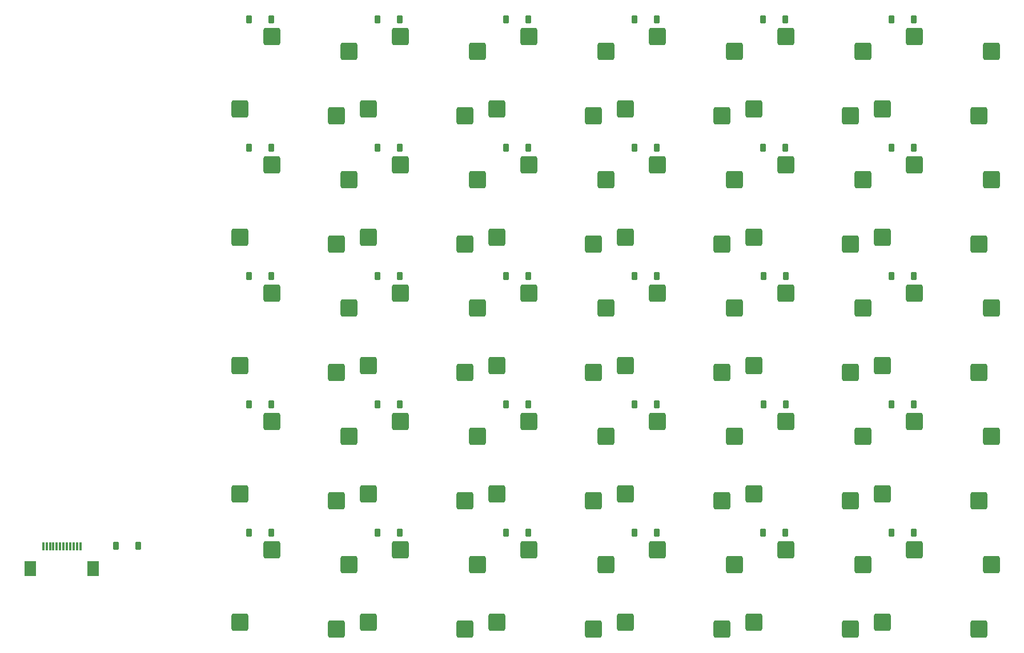
<source format=gbr>
%TF.GenerationSoftware,KiCad,Pcbnew,7.0.5*%
%TF.CreationDate,2024-09-25T00:12:03+08:00*%
%TF.ProjectId,TPS,5450532e-6b69-4636-9164-5f7063625858,rev?*%
%TF.SameCoordinates,Original*%
%TF.FileFunction,Paste,Bot*%
%TF.FilePolarity,Positive*%
%FSLAX46Y46*%
G04 Gerber Fmt 4.6, Leading zero omitted, Abs format (unit mm)*
G04 Created by KiCad (PCBNEW 7.0.5) date 2024-09-25 00:12:03*
%MOMM*%
%LPD*%
G01*
G04 APERTURE LIST*
G04 Aperture macros list*
%AMRoundRect*
0 Rectangle with rounded corners*
0 $1 Rounding radius*
0 $2 $3 $4 $5 $6 $7 $8 $9 X,Y pos of 4 corners*
0 Add a 4 corners polygon primitive as box body*
4,1,4,$2,$3,$4,$5,$6,$7,$8,$9,$2,$3,0*
0 Add four circle primitives for the rounded corners*
1,1,$1+$1,$2,$3*
1,1,$1+$1,$4,$5*
1,1,$1+$1,$6,$7*
1,1,$1+$1,$8,$9*
0 Add four rect primitives between the rounded corners*
20,1,$1+$1,$2,$3,$4,$5,0*
20,1,$1+$1,$4,$5,$6,$7,0*
20,1,$1+$1,$6,$7,$8,$9,0*
20,1,$1+$1,$8,$9,$2,$3,0*%
G04 Aperture macros list end*
%ADD10RoundRect,0.225000X-0.225000X-0.375000X0.225000X-0.375000X0.225000X0.375000X-0.225000X0.375000X0*%
%ADD11RoundRect,0.250000X-1.000000X-1.000000X1.000000X-1.000000X1.000000X1.000000X-1.000000X1.000000X0*%
%ADD12R,1.800000X2.200000*%
%ADD13R,0.300000X1.300000*%
G04 APERTURE END LIST*
D10*
%TO.C,D16*%
X151400000Y-30000000D03*
X148100000Y-30000000D03*
%TD*%
%TO.C,D24*%
X170580000Y-87150000D03*
X167280000Y-87150000D03*
%TD*%
D11*
%TO.C,SW19*%
X161075000Y-101425000D03*
X162900000Y-91875000D03*
X146760000Y-100375000D03*
X151500000Y-89675000D03*
%TD*%
D10*
%TO.C,D20*%
X151400000Y-106200000D03*
X148100000Y-106200000D03*
%TD*%
%TO.C,D1*%
X94250000Y-30000000D03*
X90950000Y-30000000D03*
%TD*%
%TO.C,D22*%
X170450000Y-49050000D03*
X167150000Y-49050000D03*
%TD*%
D11*
%TO.C,SW3*%
X103925000Y-82375000D03*
X105750000Y-72825000D03*
X89610000Y-81325000D03*
X94350000Y-70625000D03*
%TD*%
%TO.C,SW4*%
X103925000Y-101425000D03*
X105750000Y-91875000D03*
X89610000Y-100375000D03*
X94350000Y-89675000D03*
%TD*%
D10*
%TO.C,D27*%
X189500000Y-49050000D03*
X186200000Y-49050000D03*
%TD*%
D11*
%TO.C,SW1*%
X103925000Y-44275000D03*
X105750000Y-34725000D03*
X89610000Y-43225000D03*
X94350000Y-32525000D03*
%TD*%
D10*
%TO.C,D7*%
X113300000Y-49050000D03*
X110000000Y-49050000D03*
%TD*%
D11*
%TO.C,SW8*%
X122975000Y-82375000D03*
X124800000Y-72825000D03*
X108660000Y-81325000D03*
X113400000Y-70625000D03*
%TD*%
%TO.C,SW5*%
X103925000Y-120475000D03*
X105750000Y-110925000D03*
X89610000Y-119425000D03*
X94350000Y-108725000D03*
%TD*%
%TO.C,SW11*%
X142025000Y-44275000D03*
X143850000Y-34725000D03*
X127710000Y-43225000D03*
X132450000Y-32525000D03*
%TD*%
D10*
%TO.C,D2*%
X94250000Y-49050000D03*
X90950000Y-49050000D03*
%TD*%
%TO.C,D30*%
X189500000Y-106200000D03*
X186200000Y-106200000D03*
%TD*%
D11*
%TO.C,SW30*%
X199175000Y-120475000D03*
X201000000Y-110925000D03*
X184860000Y-119425000D03*
X189600000Y-108725000D03*
%TD*%
D10*
%TO.C,D8*%
X113300000Y-68100000D03*
X110000000Y-68100000D03*
%TD*%
D11*
%TO.C,SW21*%
X180125000Y-44275000D03*
X181950000Y-34725000D03*
X165810000Y-43225000D03*
X170550000Y-32525000D03*
%TD*%
%TO.C,SW27*%
X199175000Y-63325000D03*
X201000000Y-53775000D03*
X184860000Y-62275000D03*
X189600000Y-51575000D03*
%TD*%
%TO.C,SW10*%
X122975000Y-120475000D03*
X124800000Y-110925000D03*
X108660000Y-119425000D03*
X113400000Y-108725000D03*
%TD*%
%TO.C,SW26*%
X199175000Y-44275000D03*
X201000000Y-34725000D03*
X184860000Y-43225000D03*
X189600000Y-32525000D03*
%TD*%
D10*
%TO.C,D23*%
X170580000Y-68100000D03*
X167280000Y-68100000D03*
%TD*%
D11*
%TO.C,SW28*%
X199175000Y-82375000D03*
X201000000Y-72825000D03*
X184860000Y-81325000D03*
X189600000Y-70625000D03*
%TD*%
D10*
%TO.C,D14*%
X132350000Y-87150000D03*
X129050000Y-87150000D03*
%TD*%
%TO.C,D31*%
X74571000Y-108125000D03*
X71271000Y-108125000D03*
%TD*%
D11*
%TO.C,SW22*%
X180125000Y-63325000D03*
X181950000Y-53775000D03*
X165810000Y-62275000D03*
X170550000Y-51575000D03*
%TD*%
D10*
%TO.C,D4*%
X94250000Y-87150000D03*
X90950000Y-87150000D03*
%TD*%
%TO.C,D17*%
X151400000Y-49050000D03*
X148100000Y-49050000D03*
%TD*%
%TO.C,D13*%
X132350000Y-68100000D03*
X129050000Y-68100000D03*
%TD*%
%TO.C,D12*%
X132350000Y-49050000D03*
X129050000Y-49050000D03*
%TD*%
D11*
%TO.C,SW16*%
X161075000Y-44275000D03*
X162900000Y-34725000D03*
X146760000Y-43225000D03*
X151500000Y-32525000D03*
%TD*%
%TO.C,SW15*%
X142025000Y-120475000D03*
X143850000Y-110925000D03*
X127710000Y-119425000D03*
X132450000Y-108725000D03*
%TD*%
%TO.C,SW14*%
X142025000Y-101425000D03*
X143850000Y-91875000D03*
X127710000Y-100375000D03*
X132450000Y-89675000D03*
%TD*%
D10*
%TO.C,D19*%
X151400000Y-87150000D03*
X148100000Y-87150000D03*
%TD*%
%TO.C,D21*%
X170450000Y-30000000D03*
X167150000Y-30000000D03*
%TD*%
D11*
%TO.C,SW20*%
X161075000Y-120475000D03*
X162900000Y-110925000D03*
X146760000Y-119425000D03*
X151500000Y-108725000D03*
%TD*%
%TO.C,SW17*%
X161075000Y-63325000D03*
X162900000Y-53775000D03*
X146760000Y-62275000D03*
X151500000Y-51575000D03*
%TD*%
D10*
%TO.C,D3*%
X94250000Y-68100000D03*
X90950000Y-68100000D03*
%TD*%
D11*
%TO.C,SW6*%
X122975000Y-44275000D03*
X124800000Y-34725000D03*
X108660000Y-43225000D03*
X113400000Y-32525000D03*
%TD*%
%TO.C,SW13*%
X142025000Y-82375000D03*
X143850000Y-72825000D03*
X127710000Y-81325000D03*
X132450000Y-70625000D03*
%TD*%
D10*
%TO.C,D18*%
X151400000Y-68100000D03*
X148100000Y-68100000D03*
%TD*%
D11*
%TO.C,SW24*%
X180125000Y-101425000D03*
X181950000Y-91875000D03*
X165810000Y-100375000D03*
X170550000Y-89675000D03*
%TD*%
%TO.C,SW18*%
X161075000Y-82375000D03*
X162900000Y-72825000D03*
X146760000Y-81325000D03*
X151500000Y-70625000D03*
%TD*%
D10*
%TO.C,D9*%
X113300000Y-87150000D03*
X110000000Y-87150000D03*
%TD*%
D11*
%TO.C,SW12*%
X142025000Y-63325000D03*
X143850000Y-53775000D03*
X127710000Y-62275000D03*
X132450000Y-51575000D03*
%TD*%
D10*
%TO.C,D10*%
X113300000Y-106200000D03*
X110000000Y-106200000D03*
%TD*%
%TO.C,D11*%
X132350000Y-30000000D03*
X129050000Y-30000000D03*
%TD*%
%TO.C,D29*%
X189500000Y-87150000D03*
X186200000Y-87150000D03*
%TD*%
D11*
%TO.C,SW7*%
X122975000Y-63325000D03*
X124800000Y-53775000D03*
X108660000Y-62275000D03*
X113400000Y-51575000D03*
%TD*%
D10*
%TO.C,D5*%
X94250000Y-106200000D03*
X90950000Y-106200000D03*
%TD*%
%TO.C,D26*%
X189500000Y-30000000D03*
X186200000Y-30000000D03*
%TD*%
D11*
%TO.C,SW25*%
X180125000Y-120475000D03*
X181950000Y-110925000D03*
X165810000Y-119425000D03*
X170550000Y-108725000D03*
%TD*%
D10*
%TO.C,D6*%
X113300000Y-30000000D03*
X110000000Y-30000000D03*
%TD*%
D11*
%TO.C,SW2*%
X103925000Y-63325000D03*
X105750000Y-53775000D03*
X89610000Y-62275000D03*
X94350000Y-51575000D03*
%TD*%
D10*
%TO.C,D28*%
X189500000Y-68100000D03*
X186200000Y-68100000D03*
%TD*%
D11*
%TO.C,SW29*%
X199175000Y-101425000D03*
X201000000Y-91875000D03*
X184860000Y-100375000D03*
X189600000Y-89675000D03*
%TD*%
%TO.C,SW9*%
X122975000Y-101425000D03*
X124800000Y-91875000D03*
X108660000Y-100375000D03*
X113400000Y-89675000D03*
%TD*%
D10*
%TO.C,D15*%
X132350000Y-106200000D03*
X129050000Y-106200000D03*
%TD*%
%TO.C,D25*%
X170450000Y-106200000D03*
X167150000Y-106200000D03*
%TD*%
D11*
%TO.C,SW23*%
X180125000Y-82375000D03*
X181950000Y-72825000D03*
X165810000Y-81325000D03*
X170550000Y-70625000D03*
%TD*%
D12*
%TO.C,J3*%
X67868000Y-111493000D03*
X58568000Y-111493000D03*
D13*
X65968000Y-108243000D03*
X65468000Y-108243000D03*
X64968000Y-108243000D03*
X64468000Y-108243000D03*
X63968000Y-108243000D03*
X63468000Y-108243000D03*
X62968000Y-108243000D03*
X62468000Y-108243000D03*
X61968000Y-108243000D03*
X61468000Y-108243000D03*
X60968000Y-108243000D03*
X60468000Y-108243000D03*
%TD*%
M02*

</source>
